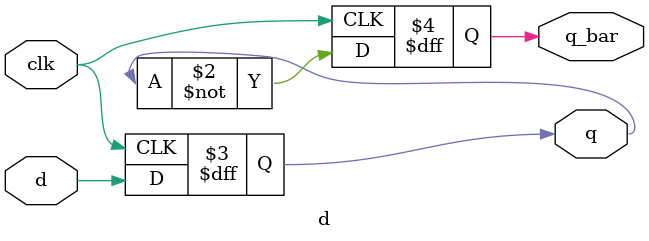
<source format=v>
module d (d,q,q_bar,clk);
input d, clk;
output reg q, q_bar;

always @ (posedge clk)
begin
	q <= d;
	q_bar <= ~q;
end
endmodule

</source>
